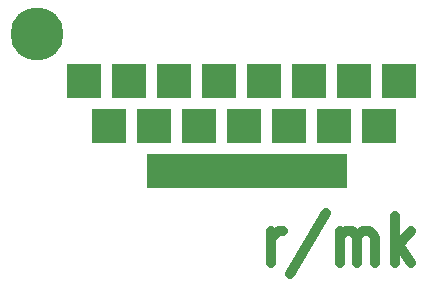
<source format=gbr>
G04 #@! TF.GenerationSoftware,KiCad,Pcbnew,(5.1.10-1-10_14)*
G04 #@! TF.CreationDate,2021-08-19T10:23:20-05:00*
G04 #@! TF.ProjectId,PCB-Keychains,5043422d-4b65-4796-9368-61696e732e6b,rev?*
G04 #@! TF.SameCoordinates,Original*
G04 #@! TF.FileFunction,Soldermask,Top*
G04 #@! TF.FilePolarity,Negative*
%FSLAX46Y46*%
G04 Gerber Fmt 4.6, Leading zero omitted, Abs format (unit mm)*
G04 Created by KiCad (PCBNEW (5.1.10-1-10_14)) date 2021-08-19 10:23:20*
%MOMM*%
%LPD*%
G01*
G04 APERTURE LIST*
%ADD10C,0.875000*%
%ADD11C,4.500000*%
%ADD12R,17.000000X3.000000*%
%ADD13R,3.000000X3.000000*%
G04 APERTURE END LIST*
D10*
X140713138Y-113516955D02*
X140713138Y-110850289D01*
X140713138Y-111612193D02*
X140879805Y-111231241D01*
X141046472Y-111040765D01*
X141379805Y-110850289D01*
X141713138Y-110850289D01*
X145379805Y-109326479D02*
X142379805Y-114469336D01*
X146546472Y-113516955D02*
X146546472Y-110850289D01*
X146546472Y-111231241D02*
X146713138Y-111040765D01*
X147046472Y-110850289D01*
X147546472Y-110850289D01*
X147879805Y-111040765D01*
X148046472Y-111421717D01*
X148046472Y-113516955D01*
X148046472Y-111421717D02*
X148213138Y-111040765D01*
X148546472Y-110850289D01*
X149046472Y-110850289D01*
X149379805Y-111040765D01*
X149546472Y-111421717D01*
X149546472Y-113516955D01*
X151213138Y-113516955D02*
X151213138Y-109516955D01*
X151546472Y-111993146D02*
X152546472Y-113516955D01*
X152546472Y-110850289D02*
X151213138Y-112374098D01*
D11*
X120896472Y-94107432D03*
D12*
X138707696Y-105727432D03*
D13*
X149899600Y-101917432D03*
X127039600Y-101917432D03*
X138469600Y-101917432D03*
X142279600Y-101917432D03*
X146089600Y-101917432D03*
X134659600Y-101917432D03*
X130849600Y-101917432D03*
X140136472Y-98107432D03*
X151566472Y-98107432D03*
X147756472Y-98107432D03*
X143946472Y-98107432D03*
X132516472Y-98107432D03*
X136326472Y-98107432D03*
X124896472Y-98107432D03*
X128706472Y-98107432D03*
M02*

</source>
